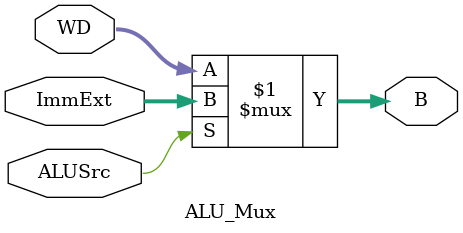
<source format=v>
module ALU_Mux(B, WD, ImmExt, ALUSrc);
    output [31:0] B;
    input [31:0] WD, ImmExt;
    input ALUSrc;
    
    
assign B = (ALUSrc) ? ImmExt : WD;
    
    
endmodule
</source>
